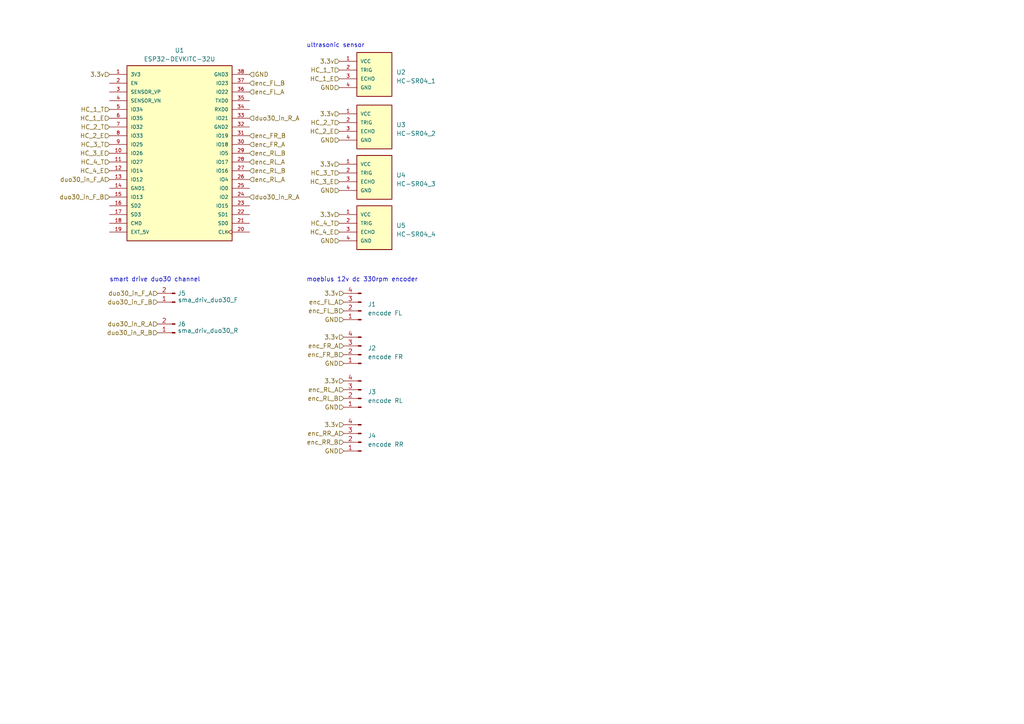
<source format=kicad_sch>
(kicad_sch (version 20230121) (generator eeschema)
  (paper "A4")
  (lib_symbols
    (symbol "Connector:Conn_01x02_Pin" (pin_names (offset 1.016) hide)
      (property "Reference" "J" (at 0 2.54 0))
      (property "Value" "Conn_01x02_Pin" (at 0 -5.08 0))
      (symbol "Conn_01x02_Pin_1_1"
        (polyline (pts (xy 1.27 -2.54) (xy 0.8636 -2.54)) (stroke (width 0.1524)))
        (polyline (pts (xy 1.27 0) (xy 0.8636 0)) (stroke (width 0.1524)))
        (rectangle (start 0.8636 -2.413) (end 0 -2.667) (stroke (width 0.1524)) (fill (type outline)))
        (rectangle (start 0.8636 0.127) (end 0 -0.127) (stroke (width 0.1524)) (fill (type outline)))
        (pin passive line (at 5.08 0 180) (length 3.81) (name "Pin_1") (number "1"))
        (pin passive line (at 5.08 -2.54 180) (length 3.81) (name "Pin_2") (number "2"))
      )
    )
    (symbol "Connector:Conn_01x04_Pin" (pin_names (offset 1.016) hide)
      (property "Reference" "J" (at 0 5.08 0))
      (property "Value" "Conn_01x04_Pin" (at 0 -7.62 0))
      (symbol "Conn_01x04_Pin_1_1"
        (polyline (pts (xy 1.27 -5.08) (xy 0.8636 -5.08)) (stroke (width 0.1524)))
        (polyline (pts (xy 1.27 -2.54) (xy 0.8636 -2.54)) (stroke (width 0.1524)))
        (polyline (pts (xy 1.27 0) (xy 0.8636 0)) (stroke (width 0.1524)))
        (polyline (pts (xy 1.27 2.54) (xy 0.8636 2.54)) (stroke (width 0.1524)))
        (rectangle (start 0.8636 -4.953) (end 0 -5.207) (stroke (width 0.1524)) (fill (type outline)))
        (rectangle (start 0.8636 -2.413) (end 0 -2.667) (stroke (width 0.1524)) (fill (type outline)))
        (rectangle (start 0.8636 0.127) (end 0 -0.127) (stroke (width 0.1524)) (fill (type outline)))
        (rectangle (start 0.8636 2.667) (end 0 2.413) (stroke (width 0.1524)) (fill (type outline)))
        (pin passive line (at 5.08 2.54 180) (length 3.81) (name "Pin_1") (number "1"))
        (pin passive line (at 5.08 0 180) (length 3.81) (name "Pin_2") (number "2"))
        (pin passive line (at 5.08 -2.54 180) (length 3.81) (name "Pin_3") (number "3"))
        (pin passive line (at 5.08 -5.08 180) (length 3.81) (name "Pin_4") (number "4"))
      )
    )
    (symbol "HC-SR04:HC-SR04" (pin_names (offset 1.016))
      (property "Reference" "U" (at 0 5.0813 0))
      (property "Value" "HC-SR04" (at 0 -10.163 0))
      (symbol "HC-SR04_0_0"
        (rectangle (start 0 -7.62) (end 10.16 5.08) (stroke (width 0.254)) (fill (type background)))
        (pin power_in line (at -5.08 2.54 0) (length 5.08) (name "VCC") (number "1"))
        (pin bidirectional line (at -5.08 0 0) (length 5.08) (name "TRIG") (number "2"))
        (pin bidirectional line (at -5.08 -2.54 0) (length 5.08) (name "ECHO") (number "3"))
        (pin power_in line (at -5.08 -5.08 0) (length 5.08) (name "GND") (number "4"))
      )
    )
    (symbol "esp32_devkit_32u:ESP32-DEVKITC-32U" (pin_names (offset 1.016))
      (property "Reference" "U" (at -15.2572 26.0643 0))
      (property "Value" "ESP32-DEVKITC-32U" (at -15.2563 -27.9698 0))
      (symbol "ESP32-DEVKITC-32U_0_0"
        (rectangle (start -15.24 -25.4) (end 15.24 25.4) (stroke (width 0.254)) (fill (type background)))
        (pin power_in line (at -20.32 22.86 0) (length 5.08) (name "3V3") (number "1"))
        (pin bidirectional line (at -20.32 0 0) (length 5.08) (name "IO26") (number "10"))
        (pin bidirectional line (at -20.32 -2.54 0) (length 5.08) (name "IO27") (number "11"))
        (pin bidirectional line (at -20.32 -5.08 0) (length 5.08) (name "IO14") (number "12"))
        (pin bidirectional line (at -20.32 -7.62 0) (length 5.08) (name "IO12") (number "13"))
        (pin power_in line (at -20.32 -10.16 0) (length 5.08) (name "GND1") (number "14"))
        (pin bidirectional line (at -20.32 -12.7 0) (length 5.08) (name "IO13") (number "15"))
        (pin bidirectional line (at -20.32 -15.24 0) (length 5.08) (name "SD2") (number "16"))
        (pin bidirectional line (at -20.32 -17.78 0) (length 5.08) (name "SD3") (number "17"))
        (pin bidirectional line (at -20.32 -20.32 0) (length 5.08) (name "CMD") (number "18"))
        (pin power_in line (at -20.32 -22.86 0) (length 5.08) (name "EXT_5V") (number "19"))
        (pin input line (at -20.32 20.32 0) (length 5.08) (name "EN") (number "2"))
        (pin input clock (at 20.32 -22.86 180) (length 5.08) (name "CLK") (number "20"))
        (pin bidirectional line (at 20.32 -20.32 180) (length 5.08) (name "SD0") (number "21"))
        (pin bidirectional line (at 20.32 -17.78 180) (length 5.08) (name "SD1") (number "22"))
        (pin bidirectional line (at 20.32 -15.24 180) (length 5.08) (name "IO15") (number "23"))
        (pin bidirectional line (at 20.32 -12.7 180) (length 5.08) (name "IO2") (number "24"))
        (pin bidirectional line (at 20.32 -10.16 180) (length 5.08) (name "IO0") (number "25"))
        (pin bidirectional line (at 20.32 -7.62 180) (length 5.08) (name "IO4") (number "26"))
        (pin bidirectional line (at 20.32 -5.08 180) (length 5.08) (name "IO16") (number "27"))
        (pin bidirectional line (at 20.32 -2.54 180) (length 5.08) (name "IO17") (number "28"))
        (pin bidirectional line (at 20.32 0 180) (length 5.08) (name "IO5") (number "29"))
        (pin input line (at -20.32 17.78 0) (length 5.08) (name "SENSOR_VP") (number "3"))
        (pin bidirectional line (at 20.32 2.54 180) (length 5.08) (name "IO18") (number "30"))
        (pin bidirectional line (at 20.32 5.08 180) (length 5.08) (name "IO19") (number "31"))
        (pin power_in line (at 20.32 7.62 180) (length 5.08) (name "GND2") (number "32"))
        (pin bidirectional line (at 20.32 10.16 180) (length 5.08) (name "IO21") (number "33"))
        (pin input line (at 20.32 12.7 180) (length 5.08) (name "RXD0") (number "34"))
        (pin output line (at 20.32 15.24 180) (length 5.08) (name "TXD0") (number "35"))
        (pin bidirectional line (at 20.32 17.78 180) (length 5.08) (name "IO22") (number "36"))
        (pin bidirectional line (at 20.32 20.32 180) (length 5.08) (name "IO23") (number "37"))
        (pin power_in line (at 20.32 22.86 180) (length 5.08) (name "GND3") (number "38"))
        (pin input line (at -20.32 15.24 0) (length 5.08) (name "SENSOR_VN") (number "4"))
        (pin bidirectional line (at -20.32 12.7 0) (length 5.08) (name "IO34") (number "5"))
        (pin bidirectional line (at -20.32 10.16 0) (length 5.08) (name "IO35") (number "6"))
        (pin bidirectional line (at -20.32 7.62 0) (length 5.08) (name "IO32") (number "7"))
        (pin bidirectional line (at -20.32 5.08 0) (length 5.08) (name "IO33") (number "8"))
        (pin bidirectional line (at -20.32 2.54 0) (length 5.08) (name "IO25") (number "9"))
      )
    )
  )
  (text "moebius 12v dc 330rpm encoder\n" (at 88.9 81.915 0) (effects (font (size 1.27 1.27)) (justify left bottom)))
  (text "ultrasonic sensor" (at 88.9 13.97 0) (effects (font (size 1.27 1.27)) (justify left bottom)))
  (text "smart drive duo30 channel\n" (at 31.75 81.915 0) (effects (font (size 1.27 1.27)) (justify left bottom)))
  (hierarchical_label "3.3v" (shape input) (at 98.425 33.02 180))
  (hierarchical_label "duo30_in_F_A" (shape input) (at 45.72 85.09 180))
  (hierarchical_label "3.3v" (shape input) (at 31.75 21.59 180))
  (hierarchical_label "HC_1_T" (shape input) (at 98.425 20.32 180))
  (hierarchical_label "3.3v" (shape input) (at 99.695 97.79 180))
  (hierarchical_label "enc_FL_B" (shape input) (at 72.39 24.13 0))
  (hierarchical_label "enc_RL_B" (shape input) (at 99.695 115.57 180))
  (hierarchical_label "duo30_in_R_A" (shape input) (at 72.39 57.15 0))
  (hierarchical_label "enc_RR_A" (shape input) (at 99.695 125.73 180))
  (hierarchical_label "HC_1_T" (shape input) (at 31.75 31.75 180))
  (hierarchical_label "3.3v" (shape input) (at 98.425 62.23 180))
  (hierarchical_label "HC_2_E" (shape input) (at 98.425 38.1 180))
  (hierarchical_label "GND" (shape input) (at 98.425 25.4 180))
  (hierarchical_label "enc_RL_A" (shape input) (at 72.39 46.99 0))
  (hierarchical_label "duo30_in_F_B" (shape input) (at 45.72 87.63 180))
  (hierarchical_label "HC_3_T" (shape input) (at 98.425 50.165 180))
  (hierarchical_label "GND" (shape input) (at 99.695 92.71 180))
  (hierarchical_label "3.3v" (shape input) (at 98.425 47.625 180))
  (hierarchical_label "GND" (shape input) (at 99.695 130.81 180))
  (hierarchical_label "enc_RL_B" (shape input) (at 72.39 44.45 0))
  (hierarchical_label "GND" (shape input) (at 98.425 40.64 180))
  (hierarchical_label "enc_FR_B" (shape input) (at 72.39 39.37 0))
  (hierarchical_label "HC_4_T" (shape input) (at 31.75 46.99 180))
  (hierarchical_label "duo30_in_R_B" (shape input) (at 45.72 96.52 180))
  (hierarchical_label "HC_4_E" (shape input) (at 31.75 49.53 180))
  (hierarchical_label "enc_FL_A" (shape input) (at 72.39 26.67 0))
  (hierarchical_label "enc_FL_B" (shape input) (at 99.695 90.17 180))
  (hierarchical_label "3.3v" (shape input) (at 98.425 17.78 180))
  (hierarchical_label "3.3v" (shape input) (at 99.695 123.19 180))
  (hierarchical_label "3.3v" (shape input) (at 99.695 110.49 180))
  (hierarchical_label "HC_4_E" (shape input) (at 98.425 67.31 180))
  (hierarchical_label "HC_3_E" (shape input) (at 98.425 52.705 180))
  (hierarchical_label "enc_FR_B" (shape input) (at 99.695 102.87 180))
  (hierarchical_label "duo30_in_R_A" (shape input) (at 45.72 93.98 180))
  (hierarchical_label "enc_RL_B" (shape input) (at 72.39 49.53 0))
  (hierarchical_label "enc_FL_A" (shape input) (at 99.695 87.63 180))
  (hierarchical_label "HC_2_T" (shape input) (at 98.425 35.56 180))
  (hierarchical_label "HC_1_E" (shape input) (at 98.425 22.86 180))
  (hierarchical_label "GND" (shape input) (at 98.425 69.85 180))
  (hierarchical_label "HC_4_T" (shape input) (at 98.425 64.77 180))
  (hierarchical_label "duo30_in_R_A" (shape input) (at 72.39 34.29 0))
  (hierarchical_label "enc_RL_A" (shape input) (at 72.39 52.07 0))
  (hierarchical_label "duo30_in_F_A" (shape input) (at 31.75 52.07 180))
  (hierarchical_label "HC_3_E" (shape input) (at 31.75 44.45 180))
  (hierarchical_label "enc_RL_A" (shape input) (at 99.695 113.03 180))
  (hierarchical_label "HC_2_E" (shape input) (at 31.75 39.37 180))
  (hierarchical_label "3.3v" (shape input) (at 99.695 85.09 180))
  (hierarchical_label "enc_FR_A" (shape input) (at 72.39 41.91 0))
  (hierarchical_label "enc_RR_B" (shape input) (at 99.695 128.27 180))
  (hierarchical_label "enc_FR_A" (shape input) (at 99.695 100.33 180))
  (hierarchical_label "GND" (shape input) (at 99.695 118.11 180))
  (hierarchical_label "GND" (shape input) (at 98.425 55.245 180))
  (hierarchical_label "HC_3_T" (shape input) (at 31.75 41.91 180))
  (hierarchical_label "GND" (shape input) (at 99.695 105.41 180))
  (hierarchical_label "GND" (shape input) (at 72.39 21.59 0))
  (hierarchical_label "HC_1_E" (shape input) (at 31.75 34.29 180))
  (hierarchical_label "HC_2_T" (shape input) (at 31.75 36.83 180))
  (hierarchical_label "duo30_in_F_B" (shape input) (at 31.75 57.15 180))
  (symbol (lib_id "Connector:Conn_01x04_Pin") (at 104.775 128.27 180) (unit 1)
    (property "Reference" "J4" (at 106.68 126.365 0) (effects (justify right)))
    (property "Value" "encode RR" (at 106.68 128.905 0) (effects (justify right)))
  )
  (symbol (lib_id "HC-SR04:HC-SR04") (at 103.505 20.32 0) (unit 1)
    (property "Reference" "U2" (at 114.935 20.955 0) (effects (justify left)))
    (property "Value" "HC-SR04_1" (at 114.935 23.495 0) (effects (justify left)))
    (property "Footprint" "XCVR_HC-SR04" (effects hide))
    (property "MANUFACTURER" "Osepp" (effects hide))
  )
  (symbol (lib_id "Connector:Conn_01x04_Pin") (at 104.775 115.57 180) (unit 1)
    (property "Reference" "J3" (at 106.68 113.665 0) (effects (justify right)))
    (property "Value" "encode RL" (at 106.68 116.205 0) (effects (justify right)))
  )
  (symbol (lib_id "HC-SR04:HC-SR04") (at 103.505 50.165 0) (unit 1)
    (property "Reference" "U4" (at 114.935 50.8 0) (effects (justify left)))
    (property "Value" "HC-SR04_3" (at 114.935 53.34 0) (effects (justify left)))
    (property "Footprint" "XCVR_HC-SR04" (effects hide))
    (property "MANUFACTURER" "Osepp" (effects hide))
  )
  (symbol (lib_id "Connector:Conn_01x02_Pin") (at 50.8 96.52 180) (unit 1)
    (property "Reference" "J6" (at 52.705 93.98 0))
    (property "Value" "sma_driv_duo30_R" (at 60.325 95.885 0))
  )
  (symbol (lib_id "Connector:Conn_01x04_Pin") (at 104.775 102.87 180) (unit 1)
    (property "Reference" "J2" (at 106.68 100.965 0) (effects (justify right)))
    (property "Value" "encode FR" (at 106.68 103.505 0) (effects (justify right)))
  )
  (symbol (lib_id "HC-SR04:HC-SR04") (at 103.505 64.77 0) (unit 1)
    (property "Reference" "U5" (at 114.935 65.405 0) (effects (justify left)))
    (property "Value" "HC-SR04_4" (at 114.935 67.945 0) (effects (justify left)))
    (property "Footprint" "XCVR_HC-SR04" (effects hide))
    (property "MANUFACTURER" "Osepp" (effects hide))
  )
  (symbol (lib_id "HC-SR04:HC-SR04") (at 103.505 35.56 0) (unit 1)
    (property "Reference" "U3" (at 114.935 36.195 0) (effects (justify left)))
    (property "Value" "HC-SR04_2" (at 114.935 38.735 0) (effects (justify left)))
    (property "Footprint" "XCVR_HC-SR04" (effects hide))
    (property "MANUFACTURER" "Osepp" (effects hide))
  )
  (symbol (lib_id "Connector:Conn_01x02_Pin") (at 50.8 87.63 180) (unit 1)
    (property "Reference" "J5" (at 52.705 85.09 0))
    (property "Value" "sma_driv_duo30_F" (at 60.325 86.995 0))
  )
  (symbol (lib_id "Connector:Conn_01x04_Pin") (at 104.775 90.17 180) (unit 1)
    (property "Reference" "J1" (at 106.68 88.265 0) (effects (justify right)))
    (property "Value" "encode FL" (at 106.68 90.805 0) (effects (justify right)))
  )
  (symbol (lib_id "esp32_devkit_32u:ESP32-DEVKITC-32U") (at 52.07 44.45 0) (unit 1)
    (property "Reference" "U1" (at 52.07 14.605 0))
    (property "Value" "ESP32-DEVKITC-32U" (at 52.07 17.145 0))
    (property "Footprint" "ESP32-DEVKITC-32U:MODULE_ESP32-DEVKITC-32U" (effects hide))
    (property "MF" "Espressif Systems" (effects hide))
    (property "Description" "\nESP32-WROOM-32UE series Transceiver; 802.11 b/g/n (Wi-Fi, WiFi, WLAN), Bluetooth® Smart Ready 4.x Dual Mode Evaluation Board\n" (effects hide))
    (property "Package" "CUSTOM-38 ESPRESSIF" (effects hide))
    (property "Price" "None" (effects hide))
    (property "Check_prices" "https://www.snapeda.com/parts/ESP32-DEVKITC-32U/Espressif+Systems/view-part/?ref=eda" (effects hide))
    (property "STANDARD" "Manufacturer Recommendations" (effects hide))
    (property "PARTREV" "N/A" (effects hide))
    (property "SnapEDA_Link" "https://www.snapeda.com/parts/ESP32-DEVKITC-32U/Espressif+Systems/view-part/?ref=snap" (effects hide))
    (property "MP" "ESP32-DEVKITC-32U" (effects hide))
    (property "Purchase-URL" "https://www.snapeda.com/api/url_track_click_mouser/?unipart_id=2781909&manufacturer=Espressif Systems&part_name=ESP32-DEVKITC-32U&search_term=None" (effects hide))
    (property "Availability" "In Stock" (effects hide))
    (property "MANUFACTURER" "ESPRESSIF" (effects hide))
  )
)
</source>
